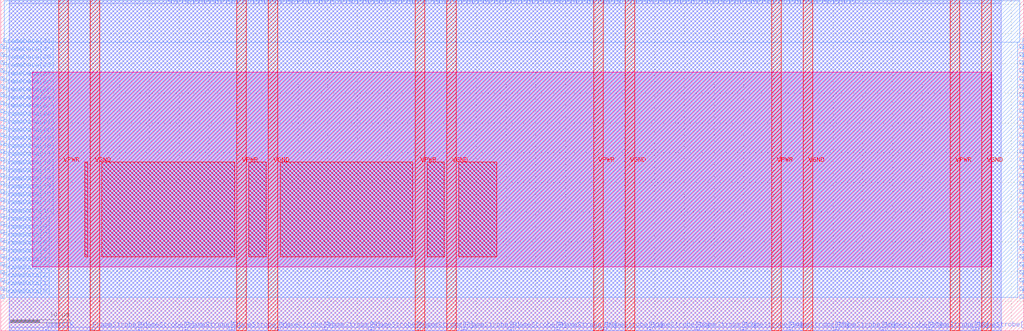
<source format=lef>
VERSION 5.7 ;
  NOWIREEXTENSIONATPIN ON ;
  DIVIDERCHAR "/" ;
  BUSBITCHARS "[]" ;
MACRO S_term_single
  CLASS BLOCK ;
  FOREIGN S_term_single ;
  ORIGIN 0.000 0.000 ;
  SIZE 172.040 BY 55.760 ;
  PIN Co
    DIRECTION OUTPUT ;
    USE SIGNAL ;
    PORT
      LAYER met2 ;
        RECT 75.990 55.480 76.270 55.760 ;
    END
  END Co
  PIN FrameData[0]
    DIRECTION INPUT ;
    USE SIGNAL ;
    ANTENNAGATEAREA 0.631200 ;
    ANTENNADIFFAREA 0.434700 ;
    PORT
      LAYER met3 ;
        RECT 0.000 5.480 0.600 6.080 ;
    END
  END FrameData[0]
  PIN FrameData[10]
    DIRECTION INPUT ;
    USE SIGNAL ;
    ANTENNAGATEAREA 0.631200 ;
    ANTENNADIFFAREA 0.434700 ;
    PORT
      LAYER met3 ;
        RECT 0.000 19.080 0.600 19.680 ;
    END
  END FrameData[10]
  PIN FrameData[11]
    DIRECTION INPUT ;
    USE SIGNAL ;
    ANTENNAGATEAREA 0.631200 ;
    ANTENNADIFFAREA 0.434700 ;
    PORT
      LAYER met3 ;
        RECT 0.000 20.440 0.600 21.040 ;
    END
  END FrameData[11]
  PIN FrameData[12]
    DIRECTION INPUT ;
    USE SIGNAL ;
    ANTENNAGATEAREA 0.631200 ;
    ANTENNADIFFAREA 0.434700 ;
    PORT
      LAYER met3 ;
        RECT 0.000 21.800 0.600 22.400 ;
    END
  END FrameData[12]
  PIN FrameData[13]
    DIRECTION INPUT ;
    USE SIGNAL ;
    ANTENNAGATEAREA 0.631200 ;
    ANTENNADIFFAREA 0.434700 ;
    PORT
      LAYER met3 ;
        RECT 0.000 23.160 0.600 23.760 ;
    END
  END FrameData[13]
  PIN FrameData[14]
    DIRECTION INPUT ;
    USE SIGNAL ;
    ANTENNAGATEAREA 0.631200 ;
    ANTENNADIFFAREA 0.434700 ;
    PORT
      LAYER met3 ;
        RECT 0.000 24.520 0.600 25.120 ;
    END
  END FrameData[14]
  PIN FrameData[15]
    DIRECTION INPUT ;
    USE SIGNAL ;
    ANTENNAGATEAREA 0.631200 ;
    ANTENNADIFFAREA 0.434700 ;
    PORT
      LAYER met3 ;
        RECT 0.000 25.880 0.600 26.480 ;
    END
  END FrameData[15]
  PIN FrameData[16]
    DIRECTION INPUT ;
    USE SIGNAL ;
    ANTENNAGATEAREA 0.631200 ;
    ANTENNADIFFAREA 0.434700 ;
    PORT
      LAYER met3 ;
        RECT 0.000 27.240 0.600 27.840 ;
    END
  END FrameData[16]
  PIN FrameData[17]
    DIRECTION INPUT ;
    USE SIGNAL ;
    ANTENNAGATEAREA 0.631200 ;
    ANTENNADIFFAREA 0.434700 ;
    PORT
      LAYER met3 ;
        RECT 0.000 28.600 0.600 29.200 ;
    END
  END FrameData[17]
  PIN FrameData[18]
    DIRECTION INPUT ;
    USE SIGNAL ;
    ANTENNAGATEAREA 0.196500 ;
    PORT
      LAYER met3 ;
        RECT 0.000 29.960 0.600 30.560 ;
    END
  END FrameData[18]
  PIN FrameData[19]
    DIRECTION INPUT ;
    USE SIGNAL ;
    ANTENNAGATEAREA 0.196500 ;
    PORT
      LAYER met3 ;
        RECT 0.000 31.320 0.600 31.920 ;
    END
  END FrameData[19]
  PIN FrameData[1]
    DIRECTION INPUT ;
    USE SIGNAL ;
    ANTENNAGATEAREA 0.631200 ;
    ANTENNADIFFAREA 0.434700 ;
    PORT
      LAYER met3 ;
        RECT 0.000 6.840 0.600 7.440 ;
    END
  END FrameData[1]
  PIN FrameData[20]
    DIRECTION INPUT ;
    USE SIGNAL ;
    ANTENNAGATEAREA 0.196500 ;
    PORT
      LAYER met3 ;
        RECT 0.000 32.680 0.600 33.280 ;
    END
  END FrameData[20]
  PIN FrameData[21]
    DIRECTION INPUT ;
    USE SIGNAL ;
    ANTENNAGATEAREA 0.196500 ;
    PORT
      LAYER met3 ;
        RECT 0.000 34.040 0.600 34.640 ;
    END
  END FrameData[21]
  PIN FrameData[22]
    DIRECTION INPUT ;
    USE SIGNAL ;
    ANTENNAGATEAREA 0.631200 ;
    ANTENNADIFFAREA 0.434700 ;
    PORT
      LAYER met3 ;
        RECT 0.000 35.400 0.600 36.000 ;
    END
  END FrameData[22]
  PIN FrameData[23]
    DIRECTION INPUT ;
    USE SIGNAL ;
    ANTENNAGATEAREA 0.196500 ;
    PORT
      LAYER met3 ;
        RECT 0.000 36.760 0.600 37.360 ;
    END
  END FrameData[23]
  PIN FrameData[24]
    DIRECTION INPUT ;
    USE SIGNAL ;
    ANTENNAGATEAREA 0.196500 ;
    PORT
      LAYER met3 ;
        RECT 0.000 38.120 0.600 38.720 ;
    END
  END FrameData[24]
  PIN FrameData[25]
    DIRECTION INPUT ;
    USE SIGNAL ;
    ANTENNAGATEAREA 0.631200 ;
    ANTENNADIFFAREA 0.434700 ;
    PORT
      LAYER met3 ;
        RECT 0.000 39.480 0.600 40.080 ;
    END
  END FrameData[25]
  PIN FrameData[26]
    DIRECTION INPUT ;
    USE SIGNAL ;
    ANTENNAGATEAREA 0.196500 ;
    PORT
      LAYER met3 ;
        RECT 0.000 40.840 0.600 41.440 ;
    END
  END FrameData[26]
  PIN FrameData[27]
    DIRECTION INPUT ;
    USE SIGNAL ;
    ANTENNAGATEAREA 0.631200 ;
    ANTENNADIFFAREA 0.434700 ;
    PORT
      LAYER met3 ;
        RECT 0.000 42.200 0.600 42.800 ;
    END
  END FrameData[27]
  PIN FrameData[28]
    DIRECTION INPUT ;
    USE SIGNAL ;
    ANTENNAGATEAREA 0.631200 ;
    ANTENNADIFFAREA 0.434700 ;
    PORT
      LAYER met3 ;
        RECT 0.000 43.560 0.600 44.160 ;
    END
  END FrameData[28]
  PIN FrameData[29]
    DIRECTION INPUT ;
    USE SIGNAL ;
    ANTENNAGATEAREA 0.631200 ;
    ANTENNADIFFAREA 0.434700 ;
    PORT
      LAYER met3 ;
        RECT 0.000 44.920 0.600 45.520 ;
    END
  END FrameData[29]
  PIN FrameData[2]
    DIRECTION INPUT ;
    USE SIGNAL ;
    ANTENNAGATEAREA 0.631200 ;
    ANTENNADIFFAREA 0.434700 ;
    PORT
      LAYER met3 ;
        RECT 0.000 8.200 0.600 8.800 ;
    END
  END FrameData[2]
  PIN FrameData[30]
    DIRECTION INPUT ;
    USE SIGNAL ;
    ANTENNAGATEAREA 0.631200 ;
    ANTENNADIFFAREA 0.434700 ;
    PORT
      LAYER met3 ;
        RECT 0.000 46.280 0.600 46.880 ;
    END
  END FrameData[30]
  PIN FrameData[31]
    DIRECTION INPUT ;
    USE SIGNAL ;
    ANTENNAGATEAREA 0.631200 ;
    ANTENNADIFFAREA 0.434700 ;
    PORT
      LAYER met3 ;
        RECT 0.000 47.640 0.600 48.240 ;
    END
  END FrameData[31]
  PIN FrameData[3]
    DIRECTION INPUT ;
    USE SIGNAL ;
    ANTENNAGATEAREA 0.631200 ;
    ANTENNADIFFAREA 0.434700 ;
    PORT
      LAYER met3 ;
        RECT 0.000 9.560 0.600 10.160 ;
    END
  END FrameData[3]
  PIN FrameData[4]
    DIRECTION INPUT ;
    USE SIGNAL ;
    ANTENNAGATEAREA 0.631200 ;
    ANTENNADIFFAREA 0.434700 ;
    PORT
      LAYER met3 ;
        RECT 0.000 10.920 0.600 11.520 ;
    END
  END FrameData[4]
  PIN FrameData[5]
    DIRECTION INPUT ;
    USE SIGNAL ;
    ANTENNAGATEAREA 0.196500 ;
    PORT
      LAYER met3 ;
        RECT 0.000 12.280 0.600 12.880 ;
    END
  END FrameData[5]
  PIN FrameData[6]
    DIRECTION INPUT ;
    USE SIGNAL ;
    ANTENNAGATEAREA 0.631200 ;
    ANTENNADIFFAREA 0.434700 ;
    PORT
      LAYER met3 ;
        RECT 0.000 13.640 0.600 14.240 ;
    END
  END FrameData[6]
  PIN FrameData[7]
    DIRECTION INPUT ;
    USE SIGNAL ;
    ANTENNAGATEAREA 0.631200 ;
    ANTENNADIFFAREA 0.434700 ;
    PORT
      LAYER met3 ;
        RECT 0.000 15.000 0.600 15.600 ;
    END
  END FrameData[7]
  PIN FrameData[8]
    DIRECTION INPUT ;
    USE SIGNAL ;
    ANTENNAGATEAREA 0.631200 ;
    ANTENNADIFFAREA 0.434700 ;
    PORT
      LAYER met3 ;
        RECT 0.000 16.360 0.600 16.960 ;
    END
  END FrameData[8]
  PIN FrameData[9]
    DIRECTION INPUT ;
    USE SIGNAL ;
    ANTENNAGATEAREA 0.631200 ;
    ANTENNADIFFAREA 0.434700 ;
    PORT
      LAYER met3 ;
        RECT 0.000 17.720 0.600 18.320 ;
    END
  END FrameData[9]
  PIN FrameData_O[0]
    DIRECTION OUTPUT ;
    USE SIGNAL ;
    ANTENNADIFFAREA 0.445500 ;
    PORT
      LAYER met3 ;
        RECT 171.440 5.480 172.040 6.080 ;
    END
  END FrameData_O[0]
  PIN FrameData_O[10]
    DIRECTION OUTPUT ;
    USE SIGNAL ;
    ANTENNADIFFAREA 0.445500 ;
    PORT
      LAYER met3 ;
        RECT 171.440 19.080 172.040 19.680 ;
    END
  END FrameData_O[10]
  PIN FrameData_O[11]
    DIRECTION OUTPUT ;
    USE SIGNAL ;
    ANTENNADIFFAREA 0.445500 ;
    PORT
      LAYER met3 ;
        RECT 171.440 20.440 172.040 21.040 ;
    END
  END FrameData_O[11]
  PIN FrameData_O[12]
    DIRECTION OUTPUT ;
    USE SIGNAL ;
    ANTENNADIFFAREA 0.445500 ;
    PORT
      LAYER met3 ;
        RECT 171.440 21.800 172.040 22.400 ;
    END
  END FrameData_O[12]
  PIN FrameData_O[13]
    DIRECTION OUTPUT ;
    USE SIGNAL ;
    ANTENNADIFFAREA 0.445500 ;
    PORT
      LAYER met3 ;
        RECT 171.440 23.160 172.040 23.760 ;
    END
  END FrameData_O[13]
  PIN FrameData_O[14]
    DIRECTION OUTPUT ;
    USE SIGNAL ;
    ANTENNADIFFAREA 0.445500 ;
    PORT
      LAYER met3 ;
        RECT 171.440 24.520 172.040 25.120 ;
    END
  END FrameData_O[14]
  PIN FrameData_O[15]
    DIRECTION OUTPUT ;
    USE SIGNAL ;
    ANTENNADIFFAREA 0.445500 ;
    PORT
      LAYER met3 ;
        RECT 171.440 25.880 172.040 26.480 ;
    END
  END FrameData_O[15]
  PIN FrameData_O[16]
    DIRECTION OUTPUT ;
    USE SIGNAL ;
    ANTENNADIFFAREA 0.445500 ;
    PORT
      LAYER met3 ;
        RECT 171.440 27.240 172.040 27.840 ;
    END
  END FrameData_O[16]
  PIN FrameData_O[17]
    DIRECTION OUTPUT ;
    USE SIGNAL ;
    ANTENNADIFFAREA 0.445500 ;
    PORT
      LAYER met3 ;
        RECT 171.440 28.600 172.040 29.200 ;
    END
  END FrameData_O[17]
  PIN FrameData_O[18]
    DIRECTION OUTPUT ;
    USE SIGNAL ;
    ANTENNADIFFAREA 0.445500 ;
    PORT
      LAYER met3 ;
        RECT 171.440 29.960 172.040 30.560 ;
    END
  END FrameData_O[18]
  PIN FrameData_O[19]
    DIRECTION OUTPUT ;
    USE SIGNAL ;
    ANTENNADIFFAREA 0.445500 ;
    PORT
      LAYER met3 ;
        RECT 171.440 31.320 172.040 31.920 ;
    END
  END FrameData_O[19]
  PIN FrameData_O[1]
    DIRECTION OUTPUT ;
    USE SIGNAL ;
    ANTENNADIFFAREA 0.445500 ;
    PORT
      LAYER met3 ;
        RECT 171.440 6.840 172.040 7.440 ;
    END
  END FrameData_O[1]
  PIN FrameData_O[20]
    DIRECTION OUTPUT ;
    USE SIGNAL ;
    ANTENNADIFFAREA 0.445500 ;
    PORT
      LAYER met3 ;
        RECT 171.440 32.680 172.040 33.280 ;
    END
  END FrameData_O[20]
  PIN FrameData_O[21]
    DIRECTION OUTPUT ;
    USE SIGNAL ;
    ANTENNADIFFAREA 0.445500 ;
    PORT
      LAYER met3 ;
        RECT 171.440 34.040 172.040 34.640 ;
    END
  END FrameData_O[21]
  PIN FrameData_O[22]
    DIRECTION OUTPUT ;
    USE SIGNAL ;
    ANTENNADIFFAREA 0.445500 ;
    PORT
      LAYER met3 ;
        RECT 171.440 35.400 172.040 36.000 ;
    END
  END FrameData_O[22]
  PIN FrameData_O[23]
    DIRECTION OUTPUT ;
    USE SIGNAL ;
    ANTENNADIFFAREA 0.445500 ;
    PORT
      LAYER met3 ;
        RECT 171.440 36.760 172.040 37.360 ;
    END
  END FrameData_O[23]
  PIN FrameData_O[24]
    DIRECTION OUTPUT ;
    USE SIGNAL ;
    ANTENNADIFFAREA 0.445500 ;
    PORT
      LAYER met3 ;
        RECT 171.440 38.120 172.040 38.720 ;
    END
  END FrameData_O[24]
  PIN FrameData_O[25]
    DIRECTION OUTPUT ;
    USE SIGNAL ;
    ANTENNADIFFAREA 0.445500 ;
    PORT
      LAYER met3 ;
        RECT 171.440 39.480 172.040 40.080 ;
    END
  END FrameData_O[25]
  PIN FrameData_O[26]
    DIRECTION OUTPUT ;
    USE SIGNAL ;
    ANTENNADIFFAREA 0.445500 ;
    PORT
      LAYER met3 ;
        RECT 171.440 40.840 172.040 41.440 ;
    END
  END FrameData_O[26]
  PIN FrameData_O[27]
    DIRECTION OUTPUT ;
    USE SIGNAL ;
    ANTENNADIFFAREA 0.445500 ;
    PORT
      LAYER met3 ;
        RECT 171.440 42.200 172.040 42.800 ;
    END
  END FrameData_O[27]
  PIN FrameData_O[28]
    DIRECTION OUTPUT ;
    USE SIGNAL ;
    ANTENNADIFFAREA 0.445500 ;
    PORT
      LAYER met3 ;
        RECT 171.440 43.560 172.040 44.160 ;
    END
  END FrameData_O[28]
  PIN FrameData_O[29]
    DIRECTION OUTPUT ;
    USE SIGNAL ;
    ANTENNADIFFAREA 0.445500 ;
    PORT
      LAYER met3 ;
        RECT 171.440 44.920 172.040 45.520 ;
    END
  END FrameData_O[29]
  PIN FrameData_O[2]
    DIRECTION OUTPUT ;
    USE SIGNAL ;
    ANTENNADIFFAREA 0.445500 ;
    PORT
      LAYER met3 ;
        RECT 171.440 8.200 172.040 8.800 ;
    END
  END FrameData_O[2]
  PIN FrameData_O[30]
    DIRECTION OUTPUT ;
    USE SIGNAL ;
    ANTENNADIFFAREA 0.445500 ;
    PORT
      LAYER met3 ;
        RECT 171.440 46.280 172.040 46.880 ;
    END
  END FrameData_O[30]
  PIN FrameData_O[31]
    DIRECTION OUTPUT ;
    USE SIGNAL ;
    ANTENNADIFFAREA 0.445500 ;
    PORT
      LAYER met3 ;
        RECT 171.440 47.640 172.040 48.240 ;
    END
  END FrameData_O[31]
  PIN FrameData_O[3]
    DIRECTION OUTPUT ;
    USE SIGNAL ;
    ANTENNADIFFAREA 0.445500 ;
    PORT
      LAYER met3 ;
        RECT 171.440 9.560 172.040 10.160 ;
    END
  END FrameData_O[3]
  PIN FrameData_O[4]
    DIRECTION OUTPUT ;
    USE SIGNAL ;
    ANTENNADIFFAREA 0.445500 ;
    PORT
      LAYER met3 ;
        RECT 171.440 10.920 172.040 11.520 ;
    END
  END FrameData_O[4]
  PIN FrameData_O[5]
    DIRECTION OUTPUT ;
    USE SIGNAL ;
    ANTENNADIFFAREA 0.445500 ;
    PORT
      LAYER met3 ;
        RECT 171.440 12.280 172.040 12.880 ;
    END
  END FrameData_O[5]
  PIN FrameData_O[6]
    DIRECTION OUTPUT ;
    USE SIGNAL ;
    ANTENNADIFFAREA 0.445500 ;
    PORT
      LAYER met3 ;
        RECT 171.440 13.640 172.040 14.240 ;
    END
  END FrameData_O[6]
  PIN FrameData_O[7]
    DIRECTION OUTPUT ;
    USE SIGNAL ;
    ANTENNADIFFAREA 0.445500 ;
    PORT
      LAYER met3 ;
        RECT 171.440 15.000 172.040 15.600 ;
    END
  END FrameData_O[7]
  PIN FrameData_O[8]
    DIRECTION OUTPUT ;
    USE SIGNAL ;
    ANTENNADIFFAREA 0.445500 ;
    PORT
      LAYER met3 ;
        RECT 171.440 16.360 172.040 16.960 ;
    END
  END FrameData_O[8]
  PIN FrameData_O[9]
    DIRECTION OUTPUT ;
    USE SIGNAL ;
    ANTENNADIFFAREA 0.445500 ;
    PORT
      LAYER met3 ;
        RECT 171.440 17.720 172.040 18.320 ;
    END
  END FrameData_O[9]
  PIN FrameStrobe[0]
    DIRECTION INPUT ;
    USE SIGNAL ;
    ANTENNAGATEAREA 0.196500 ;
    PORT
      LAYER met2 ;
        RECT 15.270 0.000 15.550 0.280 ;
    END
  END FrameStrobe[0]
  PIN FrameStrobe[10]
    DIRECTION INPUT ;
    USE SIGNAL ;
    ANTENNAGATEAREA 0.631200 ;
    ANTENNADIFFAREA 0.434700 ;
    PORT
      LAYER met2 ;
        RECT 93.470 0.000 93.750 0.280 ;
    END
  END FrameStrobe[10]
  PIN FrameStrobe[11]
    DIRECTION INPUT ;
    USE SIGNAL ;
    ANTENNAGATEAREA 0.196500 ;
    PORT
      LAYER met2 ;
        RECT 101.290 0.000 101.570 0.280 ;
    END
  END FrameStrobe[11]
  PIN FrameStrobe[12]
    DIRECTION INPUT ;
    USE SIGNAL ;
    ANTENNAGATEAREA 0.196500 ;
    PORT
      LAYER met2 ;
        RECT 109.110 0.000 109.390 0.280 ;
    END
  END FrameStrobe[12]
  PIN FrameStrobe[13]
    DIRECTION INPUT ;
    USE SIGNAL ;
    ANTENNAGATEAREA 0.196500 ;
    PORT
      LAYER met2 ;
        RECT 116.930 0.000 117.210 0.280 ;
    END
  END FrameStrobe[13]
  PIN FrameStrobe[14]
    DIRECTION INPUT ;
    USE SIGNAL ;
    ANTENNAGATEAREA 0.196500 ;
    PORT
      LAYER met2 ;
        RECT 124.750 0.000 125.030 0.280 ;
    END
  END FrameStrobe[14]
  PIN FrameStrobe[15]
    DIRECTION INPUT ;
    USE SIGNAL ;
    ANTENNAGATEAREA 0.196500 ;
    PORT
      LAYER met2 ;
        RECT 132.570 0.000 132.850 0.280 ;
    END
  END FrameStrobe[15]
  PIN FrameStrobe[16]
    DIRECTION INPUT ;
    USE SIGNAL ;
    ANTENNAGATEAREA 0.196500 ;
    PORT
      LAYER met2 ;
        RECT 140.390 0.000 140.670 0.280 ;
    END
  END FrameStrobe[16]
  PIN FrameStrobe[17]
    DIRECTION INPUT ;
    USE SIGNAL ;
    ANTENNAGATEAREA 0.196500 ;
    PORT
      LAYER met2 ;
        RECT 148.210 0.000 148.490 0.280 ;
    END
  END FrameStrobe[17]
  PIN FrameStrobe[18]
    DIRECTION INPUT ;
    USE SIGNAL ;
    ANTENNAGATEAREA 0.196500 ;
    PORT
      LAYER met2 ;
        RECT 156.030 0.000 156.310 0.280 ;
    END
  END FrameStrobe[18]
  PIN FrameStrobe[19]
    DIRECTION INPUT ;
    USE SIGNAL ;
    ANTENNAGATEAREA 0.196500 ;
    PORT
      LAYER met2 ;
        RECT 163.850 0.000 164.130 0.280 ;
    END
  END FrameStrobe[19]
  PIN FrameStrobe[1]
    DIRECTION INPUT ;
    USE SIGNAL ;
    ANTENNAGATEAREA 0.196500 ;
    PORT
      LAYER met2 ;
        RECT 23.090 0.000 23.370 0.280 ;
    END
  END FrameStrobe[1]
  PIN FrameStrobe[2]
    DIRECTION INPUT ;
    USE SIGNAL ;
    ANTENNAGATEAREA 0.196500 ;
    PORT
      LAYER met2 ;
        RECT 30.910 0.000 31.190 0.280 ;
    END
  END FrameStrobe[2]
  PIN FrameStrobe[3]
    DIRECTION INPUT ;
    USE SIGNAL ;
    ANTENNAGATEAREA 0.196500 ;
    PORT
      LAYER met2 ;
        RECT 38.730 0.000 39.010 0.280 ;
    END
  END FrameStrobe[3]
  PIN FrameStrobe[4]
    DIRECTION INPUT ;
    USE SIGNAL ;
    ANTENNAGATEAREA 0.196500 ;
    PORT
      LAYER met2 ;
        RECT 46.550 0.000 46.830 0.280 ;
    END
  END FrameStrobe[4]
  PIN FrameStrobe[5]
    DIRECTION INPUT ;
    USE SIGNAL ;
    ANTENNAGATEAREA 0.631200 ;
    ANTENNADIFFAREA 0.434700 ;
    PORT
      LAYER met2 ;
        RECT 54.370 0.000 54.650 0.280 ;
    END
  END FrameStrobe[5]
  PIN FrameStrobe[6]
    DIRECTION INPUT ;
    USE SIGNAL ;
    ANTENNAGATEAREA 0.631200 ;
    ANTENNADIFFAREA 0.434700 ;
    PORT
      LAYER met2 ;
        RECT 62.190 0.000 62.470 0.280 ;
    END
  END FrameStrobe[6]
  PIN FrameStrobe[7]
    DIRECTION INPUT ;
    USE SIGNAL ;
    ANTENNAGATEAREA 0.196500 ;
    PORT
      LAYER met2 ;
        RECT 70.010 0.000 70.290 0.280 ;
    END
  END FrameStrobe[7]
  PIN FrameStrobe[8]
    DIRECTION INPUT ;
    USE SIGNAL ;
    ANTENNAGATEAREA 0.196500 ;
    PORT
      LAYER met2 ;
        RECT 77.830 0.000 78.110 0.280 ;
    END
  END FrameStrobe[8]
  PIN FrameStrobe[9]
    DIRECTION INPUT ;
    USE SIGNAL ;
    ANTENNAGATEAREA 0.196500 ;
    PORT
      LAYER met2 ;
        RECT 85.650 0.000 85.930 0.280 ;
    END
  END FrameStrobe[9]
  PIN FrameStrobe_O[0]
    DIRECTION OUTPUT ;
    USE SIGNAL ;
    ANTENNADIFFAREA 0.445500 ;
    PORT
      LAYER met2 ;
        RECT 125.670 55.480 125.950 55.760 ;
    END
  END FrameStrobe_O[0]
  PIN FrameStrobe_O[10]
    DIRECTION OUTPUT ;
    USE SIGNAL ;
    ANTENNADIFFAREA 0.445500 ;
    PORT
      LAYER met2 ;
        RECT 134.870 55.480 135.150 55.760 ;
    END
  END FrameStrobe_O[10]
  PIN FrameStrobe_O[11]
    DIRECTION OUTPUT ;
    USE SIGNAL ;
    ANTENNADIFFAREA 0.445500 ;
    PORT
      LAYER met2 ;
        RECT 135.790 55.480 136.070 55.760 ;
    END
  END FrameStrobe_O[11]
  PIN FrameStrobe_O[12]
    DIRECTION OUTPUT ;
    USE SIGNAL ;
    ANTENNADIFFAREA 0.445500 ;
    PORT
      LAYER met2 ;
        RECT 136.710 55.480 136.990 55.760 ;
    END
  END FrameStrobe_O[12]
  PIN FrameStrobe_O[13]
    DIRECTION OUTPUT ;
    USE SIGNAL ;
    ANTENNADIFFAREA 0.445500 ;
    PORT
      LAYER met2 ;
        RECT 137.630 55.480 137.910 55.760 ;
    END
  END FrameStrobe_O[13]
  PIN FrameStrobe_O[14]
    DIRECTION OUTPUT ;
    USE SIGNAL ;
    ANTENNADIFFAREA 0.445500 ;
    PORT
      LAYER met2 ;
        RECT 138.550 55.480 138.830 55.760 ;
    END
  END FrameStrobe_O[14]
  PIN FrameStrobe_O[15]
    DIRECTION OUTPUT ;
    USE SIGNAL ;
    ANTENNADIFFAREA 0.445500 ;
    PORT
      LAYER met2 ;
        RECT 139.470 55.480 139.750 55.760 ;
    END
  END FrameStrobe_O[15]
  PIN FrameStrobe_O[16]
    DIRECTION OUTPUT ;
    USE SIGNAL ;
    ANTENNADIFFAREA 0.445500 ;
    PORT
      LAYER met2 ;
        RECT 140.390 55.480 140.670 55.760 ;
    END
  END FrameStrobe_O[16]
  PIN FrameStrobe_O[17]
    DIRECTION OUTPUT ;
    USE SIGNAL ;
    ANTENNADIFFAREA 0.445500 ;
    PORT
      LAYER met2 ;
        RECT 141.310 55.480 141.590 55.760 ;
    END
  END FrameStrobe_O[17]
  PIN FrameStrobe_O[18]
    DIRECTION OUTPUT ;
    USE SIGNAL ;
    ANTENNADIFFAREA 0.445500 ;
    PORT
      LAYER met2 ;
        RECT 142.230 55.480 142.510 55.760 ;
    END
  END FrameStrobe_O[18]
  PIN FrameStrobe_O[19]
    DIRECTION OUTPUT ;
    USE SIGNAL ;
    ANTENNADIFFAREA 0.445500 ;
    PORT
      LAYER met2 ;
        RECT 143.150 55.480 143.430 55.760 ;
    END
  END FrameStrobe_O[19]
  PIN FrameStrobe_O[1]
    DIRECTION OUTPUT ;
    USE SIGNAL ;
    ANTENNADIFFAREA 0.445500 ;
    PORT
      LAYER met2 ;
        RECT 126.590 55.480 126.870 55.760 ;
    END
  END FrameStrobe_O[1]
  PIN FrameStrobe_O[2]
    DIRECTION OUTPUT ;
    USE SIGNAL ;
    ANTENNADIFFAREA 0.445500 ;
    PORT
      LAYER met2 ;
        RECT 127.510 55.480 127.790 55.760 ;
    END
  END FrameStrobe_O[2]
  PIN FrameStrobe_O[3]
    DIRECTION OUTPUT ;
    USE SIGNAL ;
    ANTENNADIFFAREA 0.445500 ;
    PORT
      LAYER met2 ;
        RECT 128.430 55.480 128.710 55.760 ;
    END
  END FrameStrobe_O[3]
  PIN FrameStrobe_O[4]
    DIRECTION OUTPUT ;
    USE SIGNAL ;
    ANTENNADIFFAREA 0.445500 ;
    PORT
      LAYER met2 ;
        RECT 129.350 55.480 129.630 55.760 ;
    END
  END FrameStrobe_O[4]
  PIN FrameStrobe_O[5]
    DIRECTION OUTPUT ;
    USE SIGNAL ;
    ANTENNADIFFAREA 0.445500 ;
    PORT
      LAYER met2 ;
        RECT 130.270 55.480 130.550 55.760 ;
    END
  END FrameStrobe_O[5]
  PIN FrameStrobe_O[6]
    DIRECTION OUTPUT ;
    USE SIGNAL ;
    ANTENNADIFFAREA 0.445500 ;
    PORT
      LAYER met2 ;
        RECT 131.190 55.480 131.470 55.760 ;
    END
  END FrameStrobe_O[6]
  PIN FrameStrobe_O[7]
    DIRECTION OUTPUT ;
    USE SIGNAL ;
    ANTENNADIFFAREA 0.445500 ;
    PORT
      LAYER met2 ;
        RECT 132.110 55.480 132.390 55.760 ;
    END
  END FrameStrobe_O[7]
  PIN FrameStrobe_O[8]
    DIRECTION OUTPUT ;
    USE SIGNAL ;
    ANTENNADIFFAREA 0.445500 ;
    PORT
      LAYER met2 ;
        RECT 133.030 55.480 133.310 55.760 ;
    END
  END FrameStrobe_O[8]
  PIN FrameStrobe_O[9]
    DIRECTION OUTPUT ;
    USE SIGNAL ;
    ANTENNADIFFAREA 0.445500 ;
    PORT
      LAYER met2 ;
        RECT 133.950 55.480 134.230 55.760 ;
    END
  END FrameStrobe_O[9]
  PIN N1BEG[0]
    DIRECTION OUTPUT ;
    USE SIGNAL ;
    ANTENNADIFFAREA 0.445500 ;
    PORT
      LAYER met2 ;
        RECT 28.150 55.480 28.430 55.760 ;
    END
  END N1BEG[0]
  PIN N1BEG[1]
    DIRECTION OUTPUT ;
    USE SIGNAL ;
    ANTENNADIFFAREA 0.445500 ;
    PORT
      LAYER met2 ;
        RECT 29.070 55.480 29.350 55.760 ;
    END
  END N1BEG[1]
  PIN N1BEG[2]
    DIRECTION OUTPUT ;
    USE SIGNAL ;
    ANTENNADIFFAREA 0.445500 ;
    PORT
      LAYER met2 ;
        RECT 29.990 55.480 30.270 55.760 ;
    END
  END N1BEG[2]
  PIN N1BEG[3]
    DIRECTION OUTPUT ;
    USE SIGNAL ;
    ANTENNADIFFAREA 0.445500 ;
    PORT
      LAYER met2 ;
        RECT 30.910 55.480 31.190 55.760 ;
    END
  END N1BEG[3]
  PIN N2BEG[0]
    DIRECTION OUTPUT ;
    USE SIGNAL ;
    ANTENNADIFFAREA 0.445500 ;
    PORT
      LAYER met2 ;
        RECT 31.830 55.480 32.110 55.760 ;
    END
  END N2BEG[0]
  PIN N2BEG[1]
    DIRECTION OUTPUT ;
    USE SIGNAL ;
    ANTENNADIFFAREA 0.445500 ;
    PORT
      LAYER met2 ;
        RECT 32.750 55.480 33.030 55.760 ;
    END
  END N2BEG[1]
  PIN N2BEG[2]
    DIRECTION OUTPUT ;
    USE SIGNAL ;
    ANTENNADIFFAREA 0.445500 ;
    PORT
      LAYER met2 ;
        RECT 33.670 55.480 33.950 55.760 ;
    END
  END N2BEG[2]
  PIN N2BEG[3]
    DIRECTION OUTPUT ;
    USE SIGNAL ;
    ANTENNADIFFAREA 0.445500 ;
    PORT
      LAYER met2 ;
        RECT 34.590 55.480 34.870 55.760 ;
    END
  END N2BEG[3]
  PIN N2BEG[4]
    DIRECTION OUTPUT ;
    USE SIGNAL ;
    ANTENNADIFFAREA 0.445500 ;
    PORT
      LAYER met2 ;
        RECT 35.510 55.480 35.790 55.760 ;
    END
  END N2BEG[4]
  PIN N2BEG[5]
    DIRECTION OUTPUT ;
    USE SIGNAL ;
    ANTENNADIFFAREA 0.445500 ;
    PORT
      LAYER met2 ;
        RECT 36.430 55.480 36.710 55.760 ;
    END
  END N2BEG[5]
  PIN N2BEG[6]
    DIRECTION OUTPUT ;
    USE SIGNAL ;
    ANTENNADIFFAREA 0.445500 ;
    PORT
      LAYER met2 ;
        RECT 37.350 55.480 37.630 55.760 ;
    END
  END N2BEG[6]
  PIN N2BEG[7]
    DIRECTION OUTPUT ;
    USE SIGNAL ;
    ANTENNADIFFAREA 0.445500 ;
    PORT
      LAYER met2 ;
        RECT 38.270 55.480 38.550 55.760 ;
    END
  END N2BEG[7]
  PIN N2BEGb[0]
    DIRECTION OUTPUT ;
    USE SIGNAL ;
    ANTENNADIFFAREA 0.445500 ;
    PORT
      LAYER met2 ;
        RECT 39.190 55.480 39.470 55.760 ;
    END
  END N2BEGb[0]
  PIN N2BEGb[1]
    DIRECTION OUTPUT ;
    USE SIGNAL ;
    ANTENNADIFFAREA 0.445500 ;
    PORT
      LAYER met2 ;
        RECT 40.110 55.480 40.390 55.760 ;
    END
  END N2BEGb[1]
  PIN N2BEGb[2]
    DIRECTION OUTPUT ;
    USE SIGNAL ;
    ANTENNADIFFAREA 0.445500 ;
    PORT
      LAYER met2 ;
        RECT 41.030 55.480 41.310 55.760 ;
    END
  END N2BEGb[2]
  PIN N2BEGb[3]
    DIRECTION OUTPUT ;
    USE SIGNAL ;
    ANTENNADIFFAREA 0.445500 ;
    PORT
      LAYER met2 ;
        RECT 41.950 55.480 42.230 55.760 ;
    END
  END N2BEGb[3]
  PIN N2BEGb[4]
    DIRECTION OUTPUT ;
    USE SIGNAL ;
    ANTENNADIFFAREA 0.445500 ;
    PORT
      LAYER met2 ;
        RECT 42.870 55.480 43.150 55.760 ;
    END
  END N2BEGb[4]
  PIN N2BEGb[5]
    DIRECTION OUTPUT ;
    USE SIGNAL ;
    ANTENNADIFFAREA 0.445500 ;
    PORT
      LAYER met2 ;
        RECT 43.790 55.480 44.070 55.760 ;
    END
  END N2BEGb[5]
  PIN N2BEGb[6]
    DIRECTION OUTPUT ;
    USE SIGNAL ;
    ANTENNADIFFAREA 0.445500 ;
    PORT
      LAYER met2 ;
        RECT 44.710 55.480 44.990 55.760 ;
    END
  END N2BEGb[6]
  PIN N2BEGb[7]
    DIRECTION OUTPUT ;
    USE SIGNAL ;
    ANTENNADIFFAREA 0.445500 ;
    PORT
      LAYER met2 ;
        RECT 45.630 55.480 45.910 55.760 ;
    END
  END N2BEGb[7]
  PIN N4BEG[0]
    DIRECTION OUTPUT ;
    USE SIGNAL ;
    ANTENNADIFFAREA 0.445500 ;
    PORT
      LAYER met2 ;
        RECT 46.550 55.480 46.830 55.760 ;
    END
  END N4BEG[0]
  PIN N4BEG[10]
    DIRECTION OUTPUT ;
    USE SIGNAL ;
    ANTENNADIFFAREA 0.445500 ;
    PORT
      LAYER met2 ;
        RECT 55.750 55.480 56.030 55.760 ;
    END
  END N4BEG[10]
  PIN N4BEG[11]
    DIRECTION OUTPUT ;
    USE SIGNAL ;
    ANTENNADIFFAREA 0.445500 ;
    PORT
      LAYER met2 ;
        RECT 56.670 55.480 56.950 55.760 ;
    END
  END N4BEG[11]
  PIN N4BEG[12]
    DIRECTION OUTPUT ;
    USE SIGNAL ;
    ANTENNADIFFAREA 0.445500 ;
    PORT
      LAYER met2 ;
        RECT 57.590 55.480 57.870 55.760 ;
    END
  END N4BEG[12]
  PIN N4BEG[13]
    DIRECTION OUTPUT ;
    USE SIGNAL ;
    ANTENNADIFFAREA 0.445500 ;
    PORT
      LAYER met2 ;
        RECT 58.510 55.480 58.790 55.760 ;
    END
  END N4BEG[13]
  PIN N4BEG[14]
    DIRECTION OUTPUT ;
    USE SIGNAL ;
    ANTENNADIFFAREA 0.445500 ;
    PORT
      LAYER met2 ;
        RECT 59.430 55.480 59.710 55.760 ;
    END
  END N4BEG[14]
  PIN N4BEG[15]
    DIRECTION OUTPUT ;
    USE SIGNAL ;
    ANTENNADIFFAREA 0.445500 ;
    PORT
      LAYER met2 ;
        RECT 60.350 55.480 60.630 55.760 ;
    END
  END N4BEG[15]
  PIN N4BEG[1]
    DIRECTION OUTPUT ;
    USE SIGNAL ;
    ANTENNADIFFAREA 0.445500 ;
    PORT
      LAYER met2 ;
        RECT 47.470 55.480 47.750 55.760 ;
    END
  END N4BEG[1]
  PIN N4BEG[2]
    DIRECTION OUTPUT ;
    USE SIGNAL ;
    ANTENNADIFFAREA 0.445500 ;
    PORT
      LAYER met2 ;
        RECT 48.390 55.480 48.670 55.760 ;
    END
  END N4BEG[2]
  PIN N4BEG[3]
    DIRECTION OUTPUT ;
    USE SIGNAL ;
    ANTENNADIFFAREA 0.445500 ;
    PORT
      LAYER met2 ;
        RECT 49.310 55.480 49.590 55.760 ;
    END
  END N4BEG[3]
  PIN N4BEG[4]
    DIRECTION OUTPUT ;
    USE SIGNAL ;
    ANTENNADIFFAREA 0.445500 ;
    PORT
      LAYER met2 ;
        RECT 50.230 55.480 50.510 55.760 ;
    END
  END N4BEG[4]
  PIN N4BEG[5]
    DIRECTION OUTPUT ;
    USE SIGNAL ;
    ANTENNADIFFAREA 0.445500 ;
    PORT
      LAYER met2 ;
        RECT 51.150 55.480 51.430 55.760 ;
    END
  END N4BEG[5]
  PIN N4BEG[6]
    DIRECTION OUTPUT ;
    USE SIGNAL ;
    ANTENNADIFFAREA 0.445500 ;
    PORT
      LAYER met2 ;
        RECT 52.070 55.480 52.350 55.760 ;
    END
  END N4BEG[6]
  PIN N4BEG[7]
    DIRECTION OUTPUT ;
    USE SIGNAL ;
    ANTENNADIFFAREA 0.445500 ;
    PORT
      LAYER met2 ;
        RECT 52.990 55.480 53.270 55.760 ;
    END
  END N4BEG[7]
  PIN N4BEG[8]
    DIRECTION OUTPUT ;
    USE SIGNAL ;
    ANTENNADIFFAREA 0.445500 ;
    PORT
      LAYER met2 ;
        RECT 53.910 55.480 54.190 55.760 ;
    END
  END N4BEG[8]
  PIN N4BEG[9]
    DIRECTION OUTPUT ;
    USE SIGNAL ;
    ANTENNADIFFAREA 0.445500 ;
    PORT
      LAYER met2 ;
        RECT 54.830 55.480 55.110 55.760 ;
    END
  END N4BEG[9]
  PIN NN4BEG[0]
    DIRECTION OUTPUT ;
    USE SIGNAL ;
    ANTENNADIFFAREA 0.445500 ;
    PORT
      LAYER met2 ;
        RECT 61.270 55.480 61.550 55.760 ;
    END
  END NN4BEG[0]
  PIN NN4BEG[10]
    DIRECTION OUTPUT ;
    USE SIGNAL ;
    ANTENNADIFFAREA 0.445500 ;
    PORT
      LAYER met2 ;
        RECT 70.470 55.480 70.750 55.760 ;
    END
  END NN4BEG[10]
  PIN NN4BEG[11]
    DIRECTION OUTPUT ;
    USE SIGNAL ;
    ANTENNADIFFAREA 0.445500 ;
    PORT
      LAYER met2 ;
        RECT 71.390 55.480 71.670 55.760 ;
    END
  END NN4BEG[11]
  PIN NN4BEG[12]
    DIRECTION OUTPUT ;
    USE SIGNAL ;
    ANTENNADIFFAREA 0.445500 ;
    PORT
      LAYER met2 ;
        RECT 72.310 55.480 72.590 55.760 ;
    END
  END NN4BEG[12]
  PIN NN4BEG[13]
    DIRECTION OUTPUT ;
    USE SIGNAL ;
    ANTENNADIFFAREA 0.445500 ;
    PORT
      LAYER met2 ;
        RECT 73.230 55.480 73.510 55.760 ;
    END
  END NN4BEG[13]
  PIN NN4BEG[14]
    DIRECTION OUTPUT ;
    USE SIGNAL ;
    ANTENNADIFFAREA 0.445500 ;
    PORT
      LAYER met2 ;
        RECT 74.150 55.480 74.430 55.760 ;
    END
  END NN4BEG[14]
  PIN NN4BEG[15]
    DIRECTION OUTPUT ;
    USE SIGNAL ;
    ANTENNADIFFAREA 0.445500 ;
    PORT
      LAYER met2 ;
        RECT 75.070 55.480 75.350 55.760 ;
    END
  END NN4BEG[15]
  PIN NN4BEG[1]
    DIRECTION OUTPUT ;
    USE SIGNAL ;
    ANTENNADIFFAREA 0.445500 ;
    PORT
      LAYER met2 ;
        RECT 62.190 55.480 62.470 55.760 ;
    END
  END NN4BEG[1]
  PIN NN4BEG[2]
    DIRECTION OUTPUT ;
    USE SIGNAL ;
    ANTENNADIFFAREA 0.445500 ;
    PORT
      LAYER met2 ;
        RECT 63.110 55.480 63.390 55.760 ;
    END
  END NN4BEG[2]
  PIN NN4BEG[3]
    DIRECTION OUTPUT ;
    USE SIGNAL ;
    ANTENNADIFFAREA 0.445500 ;
    PORT
      LAYER met2 ;
        RECT 64.030 55.480 64.310 55.760 ;
    END
  END NN4BEG[3]
  PIN NN4BEG[4]
    DIRECTION OUTPUT ;
    USE SIGNAL ;
    ANTENNADIFFAREA 0.445500 ;
    PORT
      LAYER met2 ;
        RECT 64.950 55.480 65.230 55.760 ;
    END
  END NN4BEG[4]
  PIN NN4BEG[5]
    DIRECTION OUTPUT ;
    USE SIGNAL ;
    ANTENNADIFFAREA 0.445500 ;
    PORT
      LAYER met2 ;
        RECT 65.870 55.480 66.150 55.760 ;
    END
  END NN4BEG[5]
  PIN NN4BEG[6]
    DIRECTION OUTPUT ;
    USE SIGNAL ;
    ANTENNADIFFAREA 0.445500 ;
    PORT
      LAYER met2 ;
        RECT 66.790 55.480 67.070 55.760 ;
    END
  END NN4BEG[6]
  PIN NN4BEG[7]
    DIRECTION OUTPUT ;
    USE SIGNAL ;
    ANTENNADIFFAREA 0.445500 ;
    PORT
      LAYER met2 ;
        RECT 67.710 55.480 67.990 55.760 ;
    END
  END NN4BEG[7]
  PIN NN4BEG[8]
    DIRECTION OUTPUT ;
    USE SIGNAL ;
    ANTENNADIFFAREA 0.445500 ;
    PORT
      LAYER met2 ;
        RECT 68.630 55.480 68.910 55.760 ;
    END
  END NN4BEG[8]
  PIN NN4BEG[9]
    DIRECTION OUTPUT ;
    USE SIGNAL ;
    ANTENNADIFFAREA 0.445500 ;
    PORT
      LAYER met2 ;
        RECT 69.550 55.480 69.830 55.760 ;
    END
  END NN4BEG[9]
  PIN S1END[0]
    DIRECTION INPUT ;
    USE SIGNAL ;
    ANTENNAGATEAREA 0.196500 ;
    PORT
      LAYER met2 ;
        RECT 76.910 55.480 77.190 55.760 ;
    END
  END S1END[0]
  PIN S1END[1]
    DIRECTION INPUT ;
    USE SIGNAL ;
    ANTENNAGATEAREA 0.196500 ;
    PORT
      LAYER met2 ;
        RECT 77.830 55.480 78.110 55.760 ;
    END
  END S1END[1]
  PIN S1END[2]
    DIRECTION INPUT ;
    USE SIGNAL ;
    ANTENNAGATEAREA 0.631200 ;
    ANTENNADIFFAREA 0.434700 ;
    PORT
      LAYER met2 ;
        RECT 78.750 55.480 79.030 55.760 ;
    END
  END S1END[2]
  PIN S1END[3]
    DIRECTION INPUT ;
    USE SIGNAL ;
    ANTENNAGATEAREA 0.196500 ;
    PORT
      LAYER met2 ;
        RECT 79.670 55.480 79.950 55.760 ;
    END
  END S1END[3]
  PIN S2END[0]
    DIRECTION INPUT ;
    USE SIGNAL ;
    ANTENNAGATEAREA 0.196500 ;
    PORT
      LAYER met2 ;
        RECT 87.950 55.480 88.230 55.760 ;
    END
  END S2END[0]
  PIN S2END[1]
    DIRECTION INPUT ;
    USE SIGNAL ;
    ANTENNAGATEAREA 0.196500 ;
    PORT
      LAYER met2 ;
        RECT 88.870 55.480 89.150 55.760 ;
    END
  END S2END[1]
  PIN S2END[2]
    DIRECTION INPUT ;
    USE SIGNAL ;
    ANTENNAGATEAREA 0.196500 ;
    PORT
      LAYER met2 ;
        RECT 89.790 55.480 90.070 55.760 ;
    END
  END S2END[2]
  PIN S2END[3]
    DIRECTION INPUT ;
    USE SIGNAL ;
    ANTENNAGATEAREA 0.631200 ;
    ANTENNADIFFAREA 0.434700 ;
    PORT
      LAYER met2 ;
        RECT 90.710 55.480 90.990 55.760 ;
    END
  END S2END[3]
  PIN S2END[4]
    DIRECTION INPUT ;
    USE SIGNAL ;
    ANTENNAGATEAREA 0.196500 ;
    PORT
      LAYER met2 ;
        RECT 91.630 55.480 91.910 55.760 ;
    END
  END S2END[4]
  PIN S2END[5]
    DIRECTION INPUT ;
    USE SIGNAL ;
    ANTENNAGATEAREA 0.631200 ;
    ANTENNADIFFAREA 0.434700 ;
    PORT
      LAYER met2 ;
        RECT 92.550 55.480 92.830 55.760 ;
    END
  END S2END[5]
  PIN S2END[6]
    DIRECTION INPUT ;
    USE SIGNAL ;
    ANTENNAGATEAREA 0.196500 ;
    PORT
      LAYER met2 ;
        RECT 93.470 55.480 93.750 55.760 ;
    END
  END S2END[6]
  PIN S2END[7]
    DIRECTION INPUT ;
    USE SIGNAL ;
    ANTENNAGATEAREA 0.196500 ;
    PORT
      LAYER met2 ;
        RECT 94.390 55.480 94.670 55.760 ;
    END
  END S2END[7]
  PIN S2MID[0]
    DIRECTION INPUT ;
    USE SIGNAL ;
    ANTENNAGATEAREA 0.196500 ;
    PORT
      LAYER met2 ;
        RECT 80.590 55.480 80.870 55.760 ;
    END
  END S2MID[0]
  PIN S2MID[1]
    DIRECTION INPUT ;
    USE SIGNAL ;
    ANTENNAGATEAREA 0.196500 ;
    PORT
      LAYER met2 ;
        RECT 81.510 55.480 81.790 55.760 ;
    END
  END S2MID[1]
  PIN S2MID[2]
    DIRECTION INPUT ;
    USE SIGNAL ;
    ANTENNAGATEAREA 0.196500 ;
    PORT
      LAYER met2 ;
        RECT 82.430 55.480 82.710 55.760 ;
    END
  END S2MID[2]
  PIN S2MID[3]
    DIRECTION INPUT ;
    USE SIGNAL ;
    ANTENNAGATEAREA 0.196500 ;
    PORT
      LAYER met2 ;
        RECT 83.350 55.480 83.630 55.760 ;
    END
  END S2MID[3]
  PIN S2MID[4]
    DIRECTION INPUT ;
    USE SIGNAL ;
    ANTENNAGATEAREA 0.631200 ;
    ANTENNADIFFAREA 0.434700 ;
    PORT
      LAYER met2 ;
        RECT 84.270 55.480 84.550 55.760 ;
    END
  END S2MID[4]
  PIN S2MID[5]
    DIRECTION INPUT ;
    USE SIGNAL ;
    ANTENNAGATEAREA 0.196500 ;
    PORT
      LAYER met2 ;
        RECT 85.190 55.480 85.470 55.760 ;
    END
  END S2MID[5]
  PIN S2MID[6]
    DIRECTION INPUT ;
    USE SIGNAL ;
    ANTENNAGATEAREA 0.196500 ;
    PORT
      LAYER met2 ;
        RECT 86.110 55.480 86.390 55.760 ;
    END
  END S2MID[6]
  PIN S2MID[7]
    DIRECTION INPUT ;
    USE SIGNAL ;
    ANTENNAGATEAREA 0.196500 ;
    PORT
      LAYER met2 ;
        RECT 87.030 55.480 87.310 55.760 ;
    END
  END S2MID[7]
  PIN S4END[0]
    DIRECTION INPUT ;
    USE SIGNAL ;
    ANTENNAGATEAREA 0.196500 ;
    PORT
      LAYER met2 ;
        RECT 95.310 55.480 95.590 55.760 ;
    END
  END S4END[0]
  PIN S4END[10]
    DIRECTION INPUT ;
    USE SIGNAL ;
    ANTENNAGATEAREA 0.196500 ;
    PORT
      LAYER met2 ;
        RECT 104.510 55.480 104.790 55.760 ;
    END
  END S4END[10]
  PIN S4END[11]
    DIRECTION INPUT ;
    USE SIGNAL ;
    ANTENNAGATEAREA 0.196500 ;
    PORT
      LAYER met2 ;
        RECT 105.430 55.480 105.710 55.760 ;
    END
  END S4END[11]
  PIN S4END[12]
    DIRECTION INPUT ;
    USE SIGNAL ;
    ANTENNAGATEAREA 0.196500 ;
    PORT
      LAYER met2 ;
        RECT 106.350 55.480 106.630 55.760 ;
    END
  END S4END[12]
  PIN S4END[13]
    DIRECTION INPUT ;
    USE SIGNAL ;
    ANTENNAGATEAREA 0.196500 ;
    PORT
      LAYER met2 ;
        RECT 107.270 55.480 107.550 55.760 ;
    END
  END S4END[13]
  PIN S4END[14]
    DIRECTION INPUT ;
    USE SIGNAL ;
    ANTENNAGATEAREA 0.196500 ;
    PORT
      LAYER met2 ;
        RECT 108.190 55.480 108.470 55.760 ;
    END
  END S4END[14]
  PIN S4END[15]
    DIRECTION INPUT ;
    USE SIGNAL ;
    ANTENNAGATEAREA 0.196500 ;
    PORT
      LAYER met2 ;
        RECT 109.110 55.480 109.390 55.760 ;
    END
  END S4END[15]
  PIN S4END[1]
    DIRECTION INPUT ;
    USE SIGNAL ;
    ANTENNAGATEAREA 0.196500 ;
    PORT
      LAYER met2 ;
        RECT 96.230 55.480 96.510 55.760 ;
    END
  END S4END[1]
  PIN S4END[2]
    DIRECTION INPUT ;
    USE SIGNAL ;
    ANTENNAGATEAREA 0.196500 ;
    PORT
      LAYER met2 ;
        RECT 97.150 55.480 97.430 55.760 ;
    END
  END S4END[2]
  PIN S4END[3]
    DIRECTION INPUT ;
    USE SIGNAL ;
    ANTENNAGATEAREA 0.196500 ;
    PORT
      LAYER met2 ;
        RECT 98.070 55.480 98.350 55.760 ;
    END
  END S4END[3]
  PIN S4END[4]
    DIRECTION INPUT ;
    USE SIGNAL ;
    ANTENNAGATEAREA 0.196500 ;
    PORT
      LAYER met2 ;
        RECT 98.990 55.480 99.270 55.760 ;
    END
  END S4END[4]
  PIN S4END[5]
    DIRECTION INPUT ;
    USE SIGNAL ;
    ANTENNAGATEAREA 0.196500 ;
    PORT
      LAYER met2 ;
        RECT 99.910 55.480 100.190 55.760 ;
    END
  END S4END[5]
  PIN S4END[6]
    DIRECTION INPUT ;
    USE SIGNAL ;
    ANTENNAGATEAREA 0.196500 ;
    PORT
      LAYER met2 ;
        RECT 100.830 55.480 101.110 55.760 ;
    END
  END S4END[6]
  PIN S4END[7]
    DIRECTION INPUT ;
    USE SIGNAL ;
    ANTENNAGATEAREA 0.196500 ;
    PORT
      LAYER met2 ;
        RECT 101.750 55.480 102.030 55.760 ;
    END
  END S4END[7]
  PIN S4END[8]
    DIRECTION INPUT ;
    USE SIGNAL ;
    ANTENNAGATEAREA 0.196500 ;
    PORT
      LAYER met2 ;
        RECT 102.670 55.480 102.950 55.760 ;
    END
  END S4END[8]
  PIN S4END[9]
    DIRECTION INPUT ;
    USE SIGNAL ;
    ANTENNAGATEAREA 0.196500 ;
    PORT
      LAYER met2 ;
        RECT 103.590 55.480 103.870 55.760 ;
    END
  END S4END[9]
  PIN SS4END[0]
    DIRECTION INPUT ;
    USE SIGNAL ;
    ANTENNAGATEAREA 0.196500 ;
    PORT
      LAYER met2 ;
        RECT 110.030 55.480 110.310 55.760 ;
    END
  END SS4END[0]
  PIN SS4END[10]
    DIRECTION INPUT ;
    USE SIGNAL ;
    ANTENNAGATEAREA 0.196500 ;
    PORT
      LAYER met2 ;
        RECT 119.230 55.480 119.510 55.760 ;
    END
  END SS4END[10]
  PIN SS4END[11]
    DIRECTION INPUT ;
    USE SIGNAL ;
    ANTENNAGATEAREA 0.196500 ;
    PORT
      LAYER met2 ;
        RECT 120.150 55.480 120.430 55.760 ;
    END
  END SS4END[11]
  PIN SS4END[12]
    DIRECTION INPUT ;
    USE SIGNAL ;
    ANTENNAGATEAREA 0.196500 ;
    PORT
      LAYER met2 ;
        RECT 121.070 55.480 121.350 55.760 ;
    END
  END SS4END[12]
  PIN SS4END[13]
    DIRECTION INPUT ;
    USE SIGNAL ;
    ANTENNAGATEAREA 0.196500 ;
    PORT
      LAYER met2 ;
        RECT 121.990 55.480 122.270 55.760 ;
    END
  END SS4END[13]
  PIN SS4END[14]
    DIRECTION INPUT ;
    USE SIGNAL ;
    ANTENNAGATEAREA 0.196500 ;
    PORT
      LAYER met2 ;
        RECT 122.910 55.480 123.190 55.760 ;
    END
  END SS4END[14]
  PIN SS4END[15]
    DIRECTION INPUT ;
    USE SIGNAL ;
    ANTENNAGATEAREA 0.196500 ;
    PORT
      LAYER met2 ;
        RECT 123.830 55.480 124.110 55.760 ;
    END
  END SS4END[15]
  PIN SS4END[1]
    DIRECTION INPUT ;
    USE SIGNAL ;
    ANTENNAGATEAREA 0.196500 ;
    PORT
      LAYER met2 ;
        RECT 110.950 55.480 111.230 55.760 ;
    END
  END SS4END[1]
  PIN SS4END[2]
    DIRECTION INPUT ;
    USE SIGNAL ;
    ANTENNAGATEAREA 0.196500 ;
    PORT
      LAYER met2 ;
        RECT 111.870 55.480 112.150 55.760 ;
    END
  END SS4END[2]
  PIN SS4END[3]
    DIRECTION INPUT ;
    USE SIGNAL ;
    ANTENNAGATEAREA 0.196500 ;
    PORT
      LAYER met2 ;
        RECT 112.790 55.480 113.070 55.760 ;
    END
  END SS4END[3]
  PIN SS4END[4]
    DIRECTION INPUT ;
    USE SIGNAL ;
    ANTENNAGATEAREA 0.196500 ;
    PORT
      LAYER met2 ;
        RECT 113.710 55.480 113.990 55.760 ;
    END
  END SS4END[4]
  PIN SS4END[5]
    DIRECTION INPUT ;
    USE SIGNAL ;
    ANTENNAGATEAREA 0.196500 ;
    PORT
      LAYER met2 ;
        RECT 114.630 55.480 114.910 55.760 ;
    END
  END SS4END[5]
  PIN SS4END[6]
    DIRECTION INPUT ;
    USE SIGNAL ;
    ANTENNAGATEAREA 0.196500 ;
    PORT
      LAYER met2 ;
        RECT 115.550 55.480 115.830 55.760 ;
    END
  END SS4END[6]
  PIN SS4END[7]
    DIRECTION INPUT ;
    USE SIGNAL ;
    ANTENNAGATEAREA 0.196500 ;
    PORT
      LAYER met2 ;
        RECT 116.470 55.480 116.750 55.760 ;
    END
  END SS4END[7]
  PIN SS4END[8]
    DIRECTION INPUT ;
    USE SIGNAL ;
    ANTENNAGATEAREA 0.196500 ;
    PORT
      LAYER met2 ;
        RECT 117.390 55.480 117.670 55.760 ;
    END
  END SS4END[8]
  PIN SS4END[9]
    DIRECTION INPUT ;
    USE SIGNAL ;
    ANTENNAGATEAREA 0.196500 ;
    PORT
      LAYER met2 ;
        RECT 118.310 55.480 118.590 55.760 ;
    END
  END SS4END[9]
  PIN UserCLK
    DIRECTION INPUT ;
    USE SIGNAL ;
    ANTENNAGATEAREA 0.159000 ;
    PORT
      LAYER met2 ;
        RECT 7.450 0.000 7.730 0.280 ;
    END
  END UserCLK
  PIN UserCLKo
    DIRECTION OUTPUT ;
    USE SIGNAL ;
    ANTENNADIFFAREA 0.340600 ;
    PORT
      LAYER met2 ;
        RECT 124.750 55.480 125.030 55.760 ;
    END
  END UserCLKo
  PIN VGND
    DIRECTION INOUT ;
    USE GROUND ;
    PORT
      LAYER met4 ;
        RECT 15.020 0.000 16.620 55.760 ;
    END
    PORT
      LAYER met4 ;
        RECT 45.020 0.000 46.620 55.760 ;
    END
    PORT
      LAYER met4 ;
        RECT 75.020 0.000 76.620 55.760 ;
    END
    PORT
      LAYER met4 ;
        RECT 105.020 0.000 106.620 55.760 ;
    END
    PORT
      LAYER met4 ;
        RECT 135.020 0.000 136.620 55.760 ;
    END
    PORT
      LAYER met4 ;
        RECT 165.020 0.000 166.620 55.760 ;
    END
  END VGND
  PIN VPWR
    DIRECTION INOUT ;
    USE POWER ;
    PORT
      LAYER met4 ;
        RECT 9.720 0.000 11.320 55.760 ;
    END
    PORT
      LAYER met4 ;
        RECT 39.720 0.000 41.320 55.760 ;
    END
    PORT
      LAYER met4 ;
        RECT 69.720 0.000 71.320 55.760 ;
    END
    PORT
      LAYER met4 ;
        RECT 99.720 0.000 101.320 55.760 ;
    END
    PORT
      LAYER met4 ;
        RECT 129.720 0.000 131.320 55.760 ;
    END
    PORT
      LAYER met4 ;
        RECT 159.720 0.000 161.320 55.760 ;
    END
  END VPWR
  OBS
      LAYER nwell ;
        RECT 5.330 10.795 166.710 43.605 ;
      LAYER li1 ;
        RECT 5.520 10.795 166.520 43.605 ;
      LAYER met1 ;
        RECT 1.450 0.040 168.290 55.720 ;
      LAYER met2 ;
        RECT 1.470 55.200 27.870 55.750 ;
        RECT 28.710 55.200 28.790 55.750 ;
        RECT 29.630 55.200 29.710 55.750 ;
        RECT 30.550 55.200 30.630 55.750 ;
        RECT 31.470 55.200 31.550 55.750 ;
        RECT 32.390 55.200 32.470 55.750 ;
        RECT 33.310 55.200 33.390 55.750 ;
        RECT 34.230 55.200 34.310 55.750 ;
        RECT 35.150 55.200 35.230 55.750 ;
        RECT 36.070 55.200 36.150 55.750 ;
        RECT 36.990 55.200 37.070 55.750 ;
        RECT 37.910 55.200 37.990 55.750 ;
        RECT 38.830 55.200 38.910 55.750 ;
        RECT 39.750 55.200 39.830 55.750 ;
        RECT 40.670 55.200 40.750 55.750 ;
        RECT 41.590 55.200 41.670 55.750 ;
        RECT 42.510 55.200 42.590 55.750 ;
        RECT 43.430 55.200 43.510 55.750 ;
        RECT 44.350 55.200 44.430 55.750 ;
        RECT 45.270 55.200 45.350 55.750 ;
        RECT 46.190 55.200 46.270 55.750 ;
        RECT 47.110 55.200 47.190 55.750 ;
        RECT 48.030 55.200 48.110 55.750 ;
        RECT 48.950 55.200 49.030 55.750 ;
        RECT 49.870 55.200 49.950 55.750 ;
        RECT 50.790 55.200 50.870 55.750 ;
        RECT 51.710 55.200 51.790 55.750 ;
        RECT 52.630 55.200 52.710 55.750 ;
        RECT 53.550 55.200 53.630 55.750 ;
        RECT 54.470 55.200 54.550 55.750 ;
        RECT 55.390 55.200 55.470 55.750 ;
        RECT 56.310 55.200 56.390 55.750 ;
        RECT 57.230 55.200 57.310 55.750 ;
        RECT 58.150 55.200 58.230 55.750 ;
        RECT 59.070 55.200 59.150 55.750 ;
        RECT 59.990 55.200 60.070 55.750 ;
        RECT 60.910 55.200 60.990 55.750 ;
        RECT 61.830 55.200 61.910 55.750 ;
        RECT 62.750 55.200 62.830 55.750 ;
        RECT 63.670 55.200 63.750 55.750 ;
        RECT 64.590 55.200 64.670 55.750 ;
        RECT 65.510 55.200 65.590 55.750 ;
        RECT 66.430 55.200 66.510 55.750 ;
        RECT 67.350 55.200 67.430 55.750 ;
        RECT 68.270 55.200 68.350 55.750 ;
        RECT 69.190 55.200 69.270 55.750 ;
        RECT 70.110 55.200 70.190 55.750 ;
        RECT 71.030 55.200 71.110 55.750 ;
        RECT 71.950 55.200 72.030 55.750 ;
        RECT 72.870 55.200 72.950 55.750 ;
        RECT 73.790 55.200 73.870 55.750 ;
        RECT 74.710 55.200 74.790 55.750 ;
        RECT 75.630 55.200 75.710 55.750 ;
        RECT 76.550 55.200 76.630 55.750 ;
        RECT 77.470 55.200 77.550 55.750 ;
        RECT 78.390 55.200 78.470 55.750 ;
        RECT 79.310 55.200 79.390 55.750 ;
        RECT 80.230 55.200 80.310 55.750 ;
        RECT 81.150 55.200 81.230 55.750 ;
        RECT 82.070 55.200 82.150 55.750 ;
        RECT 82.990 55.200 83.070 55.750 ;
        RECT 83.910 55.200 83.990 55.750 ;
        RECT 84.830 55.200 84.910 55.750 ;
        RECT 85.750 55.200 85.830 55.750 ;
        RECT 86.670 55.200 86.750 55.750 ;
        RECT 87.590 55.200 87.670 55.750 ;
        RECT 88.510 55.200 88.590 55.750 ;
        RECT 89.430 55.200 89.510 55.750 ;
        RECT 90.350 55.200 90.430 55.750 ;
        RECT 91.270 55.200 91.350 55.750 ;
        RECT 92.190 55.200 92.270 55.750 ;
        RECT 93.110 55.200 93.190 55.750 ;
        RECT 94.030 55.200 94.110 55.750 ;
        RECT 94.950 55.200 95.030 55.750 ;
        RECT 95.870 55.200 95.950 55.750 ;
        RECT 96.790 55.200 96.870 55.750 ;
        RECT 97.710 55.200 97.790 55.750 ;
        RECT 98.630 55.200 98.710 55.750 ;
        RECT 99.550 55.200 99.630 55.750 ;
        RECT 100.470 55.200 100.550 55.750 ;
        RECT 101.390 55.200 101.470 55.750 ;
        RECT 102.310 55.200 102.390 55.750 ;
        RECT 103.230 55.200 103.310 55.750 ;
        RECT 104.150 55.200 104.230 55.750 ;
        RECT 105.070 55.200 105.150 55.750 ;
        RECT 105.990 55.200 106.070 55.750 ;
        RECT 106.910 55.200 106.990 55.750 ;
        RECT 107.830 55.200 107.910 55.750 ;
        RECT 108.750 55.200 108.830 55.750 ;
        RECT 109.670 55.200 109.750 55.750 ;
        RECT 110.590 55.200 110.670 55.750 ;
        RECT 111.510 55.200 111.590 55.750 ;
        RECT 112.430 55.200 112.510 55.750 ;
        RECT 113.350 55.200 113.430 55.750 ;
        RECT 114.270 55.200 114.350 55.750 ;
        RECT 115.190 55.200 115.270 55.750 ;
        RECT 116.110 55.200 116.190 55.750 ;
        RECT 117.030 55.200 117.110 55.750 ;
        RECT 117.950 55.200 118.030 55.750 ;
        RECT 118.870 55.200 118.950 55.750 ;
        RECT 119.790 55.200 119.870 55.750 ;
        RECT 120.710 55.200 120.790 55.750 ;
        RECT 121.630 55.200 121.710 55.750 ;
        RECT 122.550 55.200 122.630 55.750 ;
        RECT 123.470 55.200 123.550 55.750 ;
        RECT 124.390 55.200 124.470 55.750 ;
        RECT 125.310 55.200 125.390 55.750 ;
        RECT 126.230 55.200 126.310 55.750 ;
        RECT 127.150 55.200 127.230 55.750 ;
        RECT 128.070 55.200 128.150 55.750 ;
        RECT 128.990 55.200 129.070 55.750 ;
        RECT 129.910 55.200 129.990 55.750 ;
        RECT 130.830 55.200 130.910 55.750 ;
        RECT 131.750 55.200 131.830 55.750 ;
        RECT 132.670 55.200 132.750 55.750 ;
        RECT 133.590 55.200 133.670 55.750 ;
        RECT 134.510 55.200 134.590 55.750 ;
        RECT 135.430 55.200 135.510 55.750 ;
        RECT 136.350 55.200 136.430 55.750 ;
        RECT 137.270 55.200 137.350 55.750 ;
        RECT 138.190 55.200 138.270 55.750 ;
        RECT 139.110 55.200 139.190 55.750 ;
        RECT 140.030 55.200 140.110 55.750 ;
        RECT 140.950 55.200 141.030 55.750 ;
        RECT 141.870 55.200 141.950 55.750 ;
        RECT 142.790 55.200 142.870 55.750 ;
        RECT 143.710 55.200 168.270 55.750 ;
        RECT 1.470 0.560 168.270 55.200 ;
        RECT 1.470 0.010 7.170 0.560 ;
        RECT 8.010 0.010 14.990 0.560 ;
        RECT 15.830 0.010 22.810 0.560 ;
        RECT 23.650 0.010 30.630 0.560 ;
        RECT 31.470 0.010 38.450 0.560 ;
        RECT 39.290 0.010 46.270 0.560 ;
        RECT 47.110 0.010 54.090 0.560 ;
        RECT 54.930 0.010 61.910 0.560 ;
        RECT 62.750 0.010 69.730 0.560 ;
        RECT 70.570 0.010 77.550 0.560 ;
        RECT 78.390 0.010 85.370 0.560 ;
        RECT 86.210 0.010 93.190 0.560 ;
        RECT 94.030 0.010 101.010 0.560 ;
        RECT 101.850 0.010 108.830 0.560 ;
        RECT 109.670 0.010 116.650 0.560 ;
        RECT 117.490 0.010 124.470 0.560 ;
        RECT 125.310 0.010 132.290 0.560 ;
        RECT 133.130 0.010 140.110 0.560 ;
        RECT 140.950 0.010 147.930 0.560 ;
        RECT 148.770 0.010 155.750 0.560 ;
        RECT 156.590 0.010 163.570 0.560 ;
        RECT 164.410 0.010 168.270 0.560 ;
      LAYER met3 ;
        RECT 0.600 48.640 171.440 55.585 ;
        RECT 1.000 5.615 171.040 48.640 ;
      LAYER met4 ;
        RECT 14.095 12.415 14.620 28.385 ;
        RECT 17.020 12.415 39.320 28.385 ;
        RECT 41.720 12.415 44.620 28.385 ;
        RECT 47.020 12.415 69.320 28.385 ;
        RECT 71.720 12.415 74.620 28.385 ;
        RECT 77.020 12.415 83.425 28.385 ;
  END
END S_term_single
END LIBRARY


</source>
